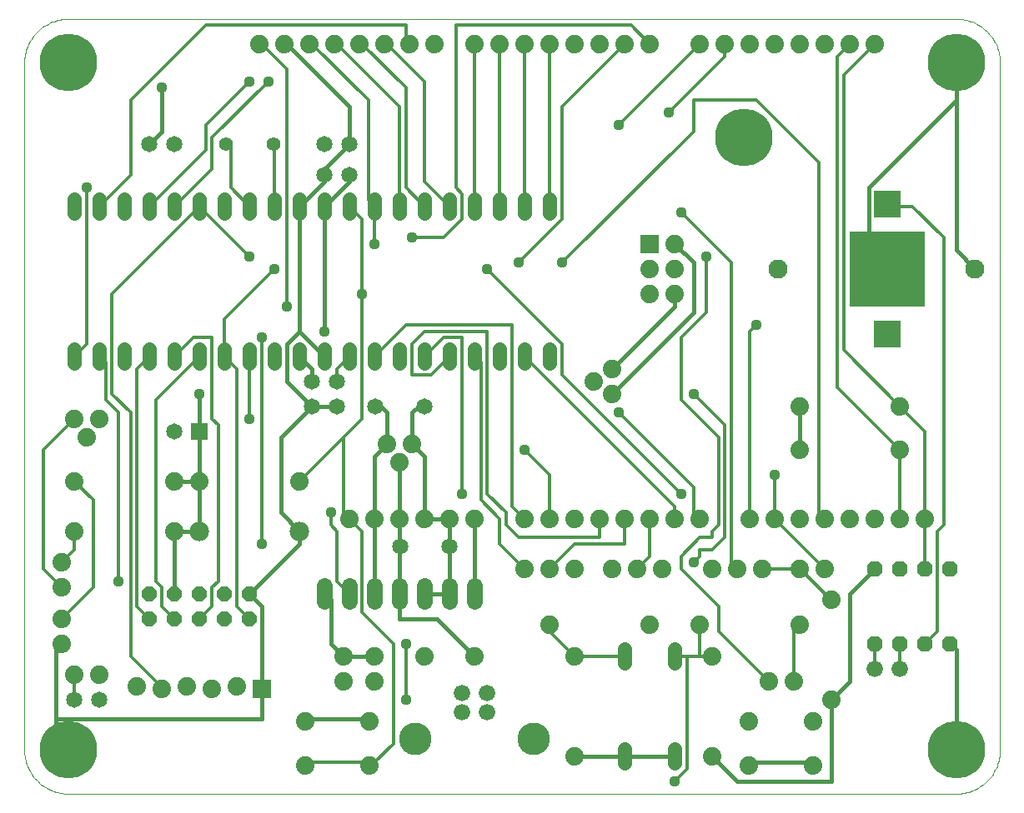
<source format=gtl>
G75*
G70*
%OFA0B0*%
%FSLAX24Y24*%
%IPPOS*%
%LPD*%
%AMOC8*
5,1,8,0,0,1.08239X$1,22.5*
%
%ADD10C,0.0000*%
%ADD11C,0.0560*%
%ADD12C,0.0560*%
%ADD13C,0.0740*%
%ADD14C,0.0650*%
%ADD15C,0.0660*%
%ADD16C,0.1300*%
%ADD17R,0.0740X0.0740*%
%ADD18OC8,0.0630*%
%ADD19C,0.0768*%
%ADD20OC8,0.0600*%
%ADD21C,0.0780*%
%ADD22C,0.2300*%
%ADD23R,0.3000X0.3000*%
%ADD24R,0.1095X0.1095*%
%ADD25R,0.0650X0.0650*%
%ADD26C,0.0634*%
%ADD27C,0.0120*%
%ADD28C,0.0440*%
%ADD29C,0.0150*%
D10*
X002939Y001824D02*
X038439Y001824D01*
X038522Y001826D01*
X038605Y001832D01*
X038688Y001842D01*
X038770Y001856D01*
X038852Y001873D01*
X038932Y001895D01*
X039011Y001920D01*
X039089Y001949D01*
X039166Y001982D01*
X039241Y002019D01*
X039314Y002058D01*
X039385Y002102D01*
X039454Y002148D01*
X039521Y002198D01*
X039585Y002251D01*
X039647Y002307D01*
X039706Y002366D01*
X039762Y002428D01*
X039815Y002492D01*
X039865Y002559D01*
X039911Y002628D01*
X039955Y002699D01*
X039994Y002772D01*
X040031Y002847D01*
X040064Y002924D01*
X040093Y003002D01*
X040118Y003081D01*
X040140Y003161D01*
X040157Y003243D01*
X040171Y003325D01*
X040181Y003408D01*
X040187Y003491D01*
X040189Y003574D01*
X040189Y031074D01*
X040187Y031157D01*
X040181Y031240D01*
X040171Y031323D01*
X040157Y031405D01*
X040140Y031487D01*
X040118Y031567D01*
X040093Y031646D01*
X040064Y031724D01*
X040031Y031801D01*
X039994Y031876D01*
X039955Y031949D01*
X039911Y032020D01*
X039865Y032089D01*
X039815Y032156D01*
X039762Y032220D01*
X039706Y032282D01*
X039647Y032341D01*
X039585Y032397D01*
X039521Y032450D01*
X039454Y032500D01*
X039385Y032546D01*
X039314Y032590D01*
X039241Y032629D01*
X039166Y032666D01*
X039089Y032699D01*
X039011Y032728D01*
X038932Y032753D01*
X038852Y032775D01*
X038770Y032792D01*
X038688Y032806D01*
X038605Y032816D01*
X038522Y032822D01*
X038439Y032824D01*
X002939Y032824D01*
X002856Y032822D01*
X002773Y032816D01*
X002690Y032806D01*
X002608Y032792D01*
X002526Y032775D01*
X002446Y032753D01*
X002367Y032728D01*
X002289Y032699D01*
X002212Y032666D01*
X002137Y032629D01*
X002064Y032590D01*
X001993Y032546D01*
X001924Y032500D01*
X001857Y032450D01*
X001793Y032397D01*
X001731Y032341D01*
X001672Y032282D01*
X001616Y032220D01*
X001563Y032156D01*
X001513Y032089D01*
X001467Y032020D01*
X001423Y031949D01*
X001384Y031876D01*
X001347Y031801D01*
X001314Y031724D01*
X001285Y031646D01*
X001260Y031567D01*
X001238Y031487D01*
X001221Y031405D01*
X001207Y031323D01*
X001197Y031240D01*
X001191Y031157D01*
X001189Y031074D01*
X001189Y003574D01*
X001191Y003491D01*
X001197Y003408D01*
X001207Y003325D01*
X001221Y003243D01*
X001238Y003161D01*
X001260Y003081D01*
X001285Y003002D01*
X001314Y002924D01*
X001347Y002847D01*
X001384Y002772D01*
X001423Y002699D01*
X001467Y002628D01*
X001513Y002559D01*
X001563Y002492D01*
X001616Y002428D01*
X001672Y002366D01*
X001731Y002307D01*
X001793Y002251D01*
X001857Y002198D01*
X001924Y002148D01*
X001993Y002102D01*
X002064Y002058D01*
X002137Y002019D01*
X002212Y001982D01*
X002289Y001949D01*
X002367Y001920D01*
X002446Y001895D01*
X002526Y001873D01*
X002608Y001856D01*
X002690Y001842D01*
X002773Y001832D01*
X002856Y001826D01*
X002939Y001824D01*
D11*
X003189Y019044D02*
X003189Y019604D01*
X004189Y019604D02*
X004189Y019044D01*
X005189Y019044D02*
X005189Y019604D01*
X006189Y019604D02*
X006189Y019044D01*
X007189Y019044D02*
X007189Y019604D01*
X008189Y019604D02*
X008189Y019044D01*
X009189Y019044D02*
X009189Y019604D01*
X010189Y019604D02*
X010189Y019044D01*
X011189Y019044D02*
X011189Y019604D01*
X012189Y019604D02*
X012189Y019044D01*
X013189Y019044D02*
X013189Y019604D01*
X014189Y019604D02*
X014189Y019044D01*
X015189Y019044D02*
X015189Y019604D01*
X016189Y019604D02*
X016189Y019044D01*
X017189Y019044D02*
X017189Y019604D01*
X018189Y019604D02*
X018189Y019044D01*
X019189Y019044D02*
X019189Y019604D01*
X020189Y019604D02*
X020189Y019044D01*
X021189Y019044D02*
X021189Y019604D01*
X022189Y019604D02*
X022189Y019044D01*
X022189Y025044D02*
X022189Y025604D01*
X021189Y025604D02*
X021189Y025044D01*
X020189Y025044D02*
X020189Y025604D01*
X019189Y025604D02*
X019189Y025044D01*
X018189Y025044D02*
X018189Y025604D01*
X017189Y025604D02*
X017189Y025044D01*
X016189Y025044D02*
X016189Y025604D01*
X015189Y025604D02*
X015189Y025044D01*
X014189Y025044D02*
X014189Y025604D01*
X013189Y025604D02*
X013189Y025044D01*
X012189Y025044D02*
X012189Y025604D01*
X011189Y025604D02*
X011189Y025044D01*
X010189Y025044D02*
X010189Y025604D01*
X009189Y025604D02*
X009189Y025044D01*
X008189Y025044D02*
X008189Y025604D01*
X007189Y025604D02*
X007189Y025044D01*
X006189Y025044D02*
X006189Y025604D01*
X005189Y025604D02*
X005189Y025044D01*
X004189Y025044D02*
X004189Y025604D01*
X003189Y025604D02*
X003189Y025044D01*
X025189Y007604D02*
X025189Y007044D01*
X027189Y007044D02*
X027189Y007604D01*
X027189Y003604D02*
X027189Y003044D01*
X025189Y003044D02*
X025189Y003604D01*
D12*
X011139Y027824D03*
X009239Y027824D03*
D13*
X010589Y031824D03*
X011589Y031824D03*
X012589Y031824D03*
X013589Y031824D03*
X014589Y031824D03*
X015589Y031824D03*
X016589Y031824D03*
X017589Y031824D03*
X019189Y031824D03*
X020189Y031824D03*
X021189Y031824D03*
X022189Y031824D03*
X023189Y031824D03*
X024189Y031824D03*
X025189Y031824D03*
X026189Y031824D03*
X028189Y031824D03*
X029189Y031824D03*
X030189Y031824D03*
X031189Y031824D03*
X032189Y031824D03*
X033189Y031824D03*
X034189Y031824D03*
X035189Y031824D03*
X027189Y023824D03*
X027189Y022824D03*
X026189Y022824D03*
X026189Y021824D03*
X027189Y021824D03*
X024689Y018824D03*
X023939Y018324D03*
X024689Y017824D03*
X024189Y012824D03*
X023189Y012824D03*
X022189Y012824D03*
X021189Y012824D03*
X019189Y012824D03*
X018189Y012824D03*
X017189Y012824D03*
X016189Y012824D03*
X015189Y012824D03*
X014189Y012824D03*
X012189Y014324D03*
X015689Y015824D03*
X016189Y015074D03*
X016689Y015824D03*
X021189Y010824D03*
X022189Y010824D03*
X023189Y010824D03*
X024689Y010824D03*
X025689Y010824D03*
X026689Y010824D03*
X028689Y010824D03*
X029689Y010824D03*
X030689Y010824D03*
X032189Y010824D03*
X033189Y010824D03*
X033439Y009574D03*
X032189Y008574D03*
X031939Y006324D03*
X030939Y006324D03*
X030159Y004714D03*
X028689Y003324D03*
X030159Y002934D03*
X032719Y002934D03*
X032719Y004714D03*
X033439Y005574D03*
X028689Y007324D03*
X028189Y008574D03*
X026189Y008574D03*
X023189Y007324D03*
X022189Y008574D03*
X019189Y007324D03*
X017189Y007324D03*
X015189Y007324D03*
X015189Y006324D03*
X013939Y006324D03*
X013939Y007324D03*
X014969Y004714D03*
X014969Y002934D03*
X012409Y002934D03*
X012409Y004714D03*
X009689Y006124D03*
X008689Y006024D03*
X007689Y006124D03*
X006689Y006024D03*
X005689Y006124D03*
X004189Y006574D03*
X003189Y006574D03*
X002689Y007824D03*
X002689Y008824D03*
X002689Y010074D03*
X002689Y011074D03*
X003189Y012324D03*
X003189Y014324D03*
X003689Y016074D03*
X003189Y016824D03*
X004189Y016824D03*
X007189Y014324D03*
X008189Y014324D03*
X007189Y012324D03*
X023189Y003324D03*
X025189Y012824D03*
X026189Y012824D03*
X027189Y012824D03*
X028189Y012824D03*
X030189Y012824D03*
X031189Y012824D03*
X032189Y012824D03*
X033189Y012824D03*
X034189Y012824D03*
X035189Y012824D03*
X036189Y012824D03*
X037189Y012824D03*
X036189Y015574D03*
X036189Y017324D03*
X032189Y017324D03*
X032189Y015574D03*
D14*
X018174Y011699D03*
X016205Y011699D03*
X017174Y017324D03*
X015205Y017324D03*
X013689Y017324D03*
X012689Y017324D03*
X012689Y018324D03*
X013689Y018324D03*
X007189Y016324D03*
X013189Y026574D03*
X014189Y026574D03*
X014189Y027824D03*
X013189Y027824D03*
X007189Y027824D03*
X006189Y027824D03*
X004189Y005574D03*
X003189Y005574D03*
D15*
X018697Y005854D03*
X019681Y005854D03*
X019681Y005074D03*
X018697Y005074D03*
X035189Y006824D03*
X036189Y006824D03*
D16*
X021559Y004004D03*
X016819Y004004D03*
D17*
X010689Y006024D03*
X026189Y023824D03*
D18*
X035189Y010824D03*
X036189Y010824D03*
X037189Y010824D03*
X038189Y010824D03*
X038189Y007824D03*
X037189Y007824D03*
X036189Y007824D03*
X035189Y007824D03*
D19*
X031315Y022824D03*
X039189Y022824D03*
D20*
X010189Y009824D03*
X009189Y009824D03*
X008189Y009824D03*
X007189Y009824D03*
X006189Y009824D03*
X006189Y008824D03*
X007189Y008824D03*
X008189Y008824D03*
X009189Y008824D03*
X010189Y008824D03*
D21*
X008189Y012324D03*
X012189Y012324D03*
D22*
X002939Y003574D03*
X029939Y028074D03*
X038439Y031074D03*
X038439Y003574D03*
X002939Y031074D03*
D23*
X035689Y022824D03*
D24*
X035689Y025424D03*
X035689Y020224D03*
D25*
X008189Y016324D03*
D26*
X013189Y010141D02*
X013189Y009507D01*
X014189Y009507D02*
X014189Y010141D01*
X015189Y010141D02*
X015189Y009507D01*
X016189Y009507D02*
X016189Y010141D01*
X017189Y010141D02*
X017189Y009507D01*
X018189Y009507D02*
X018189Y010141D01*
X019189Y010141D02*
X019189Y009507D01*
D27*
X021189Y010824D02*
X020189Y011824D01*
X020189Y012824D01*
X019439Y013574D01*
X019439Y019074D01*
X019189Y019324D01*
X018689Y020074D02*
X017939Y020074D01*
X017189Y019324D01*
X016689Y019824D02*
X016689Y018574D01*
X017439Y018574D01*
X018189Y019324D01*
X018689Y020074D02*
X018689Y013824D01*
X019689Y013824D02*
X020439Y013074D01*
X020439Y012574D01*
X020939Y012074D01*
X024189Y012074D01*
X024189Y012824D01*
X025189Y012824D02*
X025189Y011824D01*
X023189Y011824D01*
X022189Y010824D01*
X022189Y012824D02*
X022189Y014574D01*
X021189Y015574D01*
X019689Y013824D02*
X019689Y020324D01*
X017189Y020324D01*
X016689Y019824D01*
X016439Y020574D02*
X020689Y020574D01*
X020689Y013324D01*
X021189Y012824D01*
X025689Y010824D02*
X026189Y011324D01*
X026189Y012824D01*
X027189Y012824D02*
X027189Y013324D01*
X021189Y019324D01*
X022689Y019824D02*
X022689Y018574D01*
X027439Y013824D01*
X027939Y014074D02*
X024939Y017074D01*
X027439Y017574D02*
X027439Y020074D01*
X028439Y021074D01*
X028439Y023324D01*
X029439Y023074D02*
X027439Y025074D01*
X029439Y023074D02*
X029439Y011074D01*
X029689Y010824D01*
X030689Y010824D02*
X032189Y010824D01*
X033439Y009574D01*
X033189Y010824D02*
X031189Y012824D01*
X031189Y014574D01*
X032939Y013074D02*
X032939Y027074D01*
X030439Y029574D01*
X027939Y029574D01*
X027939Y028324D01*
X022689Y023074D01*
X020939Y023074D02*
X022689Y024824D01*
X022689Y029324D01*
X025189Y031824D01*
X025439Y032574D02*
X018439Y032574D01*
X018439Y026074D01*
X018689Y025824D01*
X018689Y024824D01*
X017939Y024074D01*
X016689Y024074D01*
X016189Y025324D02*
X016189Y029324D01*
X013689Y031824D01*
X013589Y031824D01*
X012689Y031824D02*
X012589Y031824D01*
X012689Y031824D02*
X014939Y029574D01*
X014939Y025574D01*
X015189Y025324D01*
X015189Y023824D01*
X014689Y024824D02*
X014689Y021824D01*
X014689Y016824D01*
X013939Y016074D01*
X013939Y013074D01*
X014189Y012824D01*
X014689Y012324D01*
X014689Y009074D01*
X015939Y007824D01*
X015939Y003824D01*
X015189Y003074D01*
X014969Y002934D01*
X014939Y003074D01*
X012439Y003074D01*
X012409Y002934D01*
X016439Y005574D02*
X016439Y007824D01*
X014189Y009824D02*
X013689Y010324D01*
X013689Y012324D01*
X013439Y012574D01*
X013439Y013074D01*
X012189Y014324D02*
X013939Y016074D01*
X013689Y018324D02*
X013689Y018824D01*
X014189Y019324D01*
X015189Y019324D02*
X016439Y020574D01*
X019689Y022824D02*
X022689Y019824D01*
X027439Y017574D02*
X028939Y016074D01*
X028939Y012574D01*
X028689Y012324D01*
X028689Y012074D01*
X028189Y012074D01*
X027439Y011324D01*
X027439Y010824D01*
X028939Y009324D01*
X028939Y008324D01*
X030939Y006324D01*
X031939Y006324D02*
X031939Y008324D01*
X032189Y008574D01*
X035189Y007824D02*
X035189Y006824D01*
X036189Y006824D02*
X036189Y007824D01*
X037189Y007824D02*
X037689Y008324D01*
X037689Y012324D01*
X037939Y012574D01*
X037939Y024074D01*
X036689Y025324D01*
X035689Y025324D01*
X035689Y025424D01*
X030439Y020574D02*
X030189Y020324D01*
X030189Y012824D01*
X029189Y012074D02*
X028689Y011574D01*
X028189Y011574D01*
X028189Y011324D01*
X027939Y011074D01*
X029189Y012074D02*
X029189Y016574D01*
X027939Y017824D01*
X027939Y014074D02*
X027939Y013074D01*
X028189Y012824D01*
X032939Y013074D02*
X033189Y012824D01*
X036189Y012824D02*
X036189Y015574D01*
X033689Y018074D01*
X033689Y031324D01*
X034189Y031824D01*
X035189Y031824D02*
X033939Y030574D01*
X033939Y019574D01*
X036189Y017324D01*
X037189Y016324D01*
X037189Y012824D01*
X037189Y010824D01*
X028689Y007324D02*
X028189Y007324D01*
X028189Y008574D01*
X028189Y007324D02*
X027689Y007324D01*
X027689Y002824D01*
X027189Y002324D01*
X027189Y007324D02*
X027689Y007324D01*
X025189Y007324D02*
X023189Y007324D01*
X022189Y008324D01*
X022189Y008574D01*
X010689Y011824D02*
X010689Y020074D01*
X010189Y019324D02*
X010189Y016824D01*
X008939Y016574D02*
X008939Y010324D01*
X008689Y010074D01*
X008689Y009324D01*
X008189Y008824D01*
X007189Y008824D02*
X006689Y009324D01*
X006689Y010074D01*
X006439Y010324D01*
X006439Y017574D01*
X008189Y019324D01*
X007939Y020074D02*
X007189Y019324D01*
X006189Y019324D02*
X005689Y018824D01*
X005689Y009324D01*
X006189Y008824D01*
X005439Y007324D02*
X006689Y006074D01*
X006689Y006024D01*
X005439Y007324D02*
X005439Y017074D01*
X004689Y017824D01*
X004689Y021824D01*
X008189Y025324D01*
X010189Y023324D01*
X011189Y022824D02*
X009189Y020824D01*
X009189Y019324D01*
X009689Y018824D01*
X009689Y009324D01*
X010189Y008824D01*
X004939Y010324D02*
X004939Y017074D01*
X004439Y017574D01*
X004439Y019074D01*
X004189Y019324D01*
X003689Y019824D02*
X003689Y026074D01*
X004189Y025324D02*
X005439Y026574D01*
X005439Y029574D01*
X008439Y032574D01*
X016439Y032574D01*
X016439Y031824D01*
X016589Y031824D01*
X015689Y031824D02*
X015589Y031824D01*
X015689Y031824D02*
X017189Y030324D01*
X017189Y026324D01*
X018189Y025324D01*
X017189Y025324D02*
X016439Y026074D01*
X016439Y030074D01*
X014689Y031824D01*
X014589Y031824D01*
X011689Y030824D02*
X011689Y021324D01*
X008689Y020074D02*
X008689Y016824D01*
X008939Y016574D01*
X008689Y020074D02*
X007939Y020074D01*
X003689Y019824D02*
X003189Y019324D01*
X003189Y016824D02*
X001939Y015574D01*
X001939Y010824D01*
X002689Y010074D01*
X002689Y011074D02*
X003189Y011574D01*
X003189Y012324D01*
X003939Y013574D02*
X003189Y014324D01*
X003939Y013574D02*
X003939Y010074D01*
X002689Y008824D01*
X003189Y006574D02*
X003189Y005574D01*
X014689Y024824D02*
X014189Y025324D01*
X011189Y025324D02*
X011189Y027824D01*
X011139Y027824D01*
X009439Y027824D02*
X009239Y027824D01*
X009439Y027824D02*
X009439Y026074D01*
X010189Y025324D01*
X008689Y026824D02*
X008689Y028074D01*
X010939Y030324D01*
X010189Y030324D02*
X008439Y028574D01*
X008439Y027574D01*
X006189Y025324D01*
X007189Y025324D02*
X008689Y026824D01*
X011689Y030824D02*
X010689Y031824D01*
X010589Y031824D01*
X019189Y031824D02*
X019189Y025324D01*
X020189Y025324D02*
X020189Y031824D01*
X021189Y031824D02*
X021189Y025324D01*
X022189Y025324D02*
X022189Y031824D01*
X025439Y032574D02*
X026189Y031824D01*
X028189Y031824D02*
X024939Y028574D01*
X026939Y029074D02*
X029189Y031324D01*
X029189Y031824D01*
D28*
X026939Y029074D03*
X024939Y028574D03*
X027439Y025074D03*
X028439Y023324D03*
X030439Y020574D03*
X027939Y017824D03*
X024939Y017074D03*
X021189Y015574D03*
X018689Y013824D03*
X013439Y013074D03*
X010689Y011824D03*
X004939Y010324D03*
X010189Y016824D03*
X008189Y017824D03*
X010689Y020074D03*
X011689Y021324D03*
X013189Y020324D03*
X014689Y021824D03*
X015189Y023824D03*
X016689Y024074D03*
X019689Y022824D03*
X020939Y023074D03*
X022689Y023074D03*
X031189Y014574D03*
X027439Y013824D03*
X027939Y011074D03*
X027189Y002324D03*
X016439Y005574D03*
X016439Y007824D03*
X011189Y022824D03*
X010189Y023324D03*
X003689Y026074D03*
X006689Y030074D03*
X010189Y030324D03*
X010939Y030324D03*
D29*
X011589Y031824D02*
X011689Y031824D01*
X014189Y029324D01*
X014189Y027824D01*
X013189Y026824D01*
X013189Y026574D01*
X013189Y026324D01*
X012189Y025324D01*
X012189Y020324D01*
X011689Y019824D01*
X011689Y018324D01*
X012689Y017324D01*
X011439Y016074D01*
X011439Y013074D01*
X012189Y012324D01*
X012189Y011824D01*
X010189Y009824D01*
X010689Y009324D01*
X010689Y006024D01*
X010689Y004824D01*
X002439Y004824D01*
X002439Y007574D01*
X002689Y007824D01*
X002439Y004824D02*
X002439Y004074D01*
X002939Y003574D01*
X007189Y009824D02*
X007189Y012324D01*
X008189Y012324D01*
X008189Y014324D01*
X007189Y014324D01*
X008189Y014324D02*
X008189Y016324D01*
X008189Y017824D01*
X012189Y019324D02*
X012689Y018824D01*
X012689Y018324D01*
X012689Y017324D02*
X013689Y017324D01*
X015205Y017324D02*
X015439Y017324D01*
X015689Y017074D01*
X015689Y015824D01*
X015189Y015324D01*
X015189Y012824D01*
X015189Y009824D01*
X016189Y009824D02*
X016189Y008824D01*
X017689Y008824D01*
X019189Y007324D01*
X019189Y009824D02*
X019189Y012824D01*
X018189Y012824D02*
X018189Y011824D01*
X018174Y011699D01*
X018189Y011574D01*
X018189Y009824D01*
X017189Y009824D01*
X016189Y009824D02*
X016189Y011574D01*
X016205Y011699D01*
X016189Y011824D01*
X016189Y012824D01*
X016189Y015074D01*
X016689Y015824D02*
X017189Y015324D01*
X017189Y012824D01*
X018189Y012824D01*
X016689Y015824D02*
X016689Y017074D01*
X016939Y017324D01*
X017174Y017324D01*
X013189Y019324D02*
X012189Y020324D01*
X013189Y020324D02*
X013189Y025324D01*
X014189Y026324D01*
X014189Y026574D01*
X006689Y028324D02*
X006689Y030074D01*
X006689Y028324D02*
X006189Y027824D01*
X024689Y018824D02*
X027189Y021324D01*
X027189Y021824D01*
X027939Y021074D02*
X024689Y017824D01*
X027939Y021074D02*
X027939Y023074D01*
X027189Y023824D01*
X034939Y023574D02*
X034939Y026074D01*
X038439Y029574D01*
X038439Y023574D01*
X039189Y022824D01*
X035689Y022824D02*
X034939Y023574D01*
X038439Y029574D02*
X038439Y031074D01*
X032189Y017324D02*
X032189Y015574D01*
X035189Y010824D02*
X034189Y009824D01*
X034189Y006324D01*
X033439Y005574D01*
X033439Y002324D01*
X029689Y002324D01*
X028689Y003324D01*
X030159Y002934D02*
X030189Y003074D01*
X032689Y003074D01*
X032719Y002934D01*
X038439Y003574D02*
X038439Y007574D01*
X038189Y007824D01*
X027189Y003324D02*
X025189Y003324D01*
X023189Y003324D01*
X014969Y004714D02*
X014939Y004824D01*
X012439Y004824D01*
X012409Y004714D01*
X013939Y007324D02*
X015189Y007324D01*
X013939Y007324D02*
X013439Y007824D01*
X013439Y009574D01*
X013189Y009824D01*
M02*

</source>
